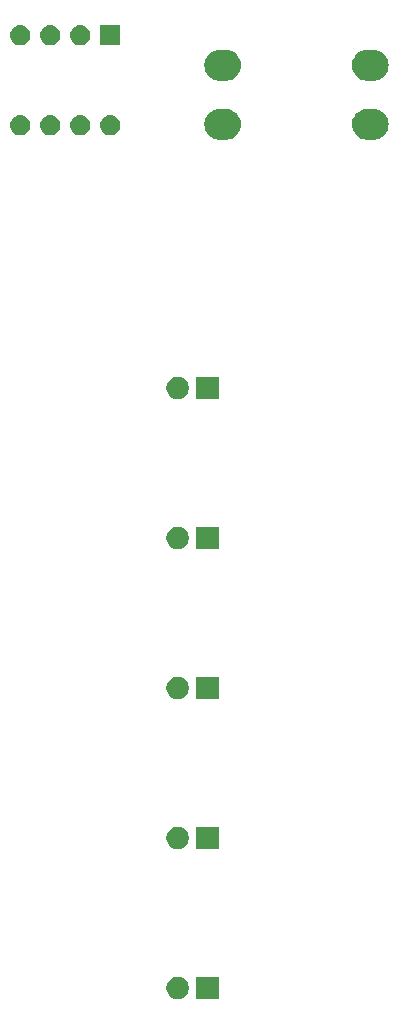
<source format=gbs>
G04 #@! TF.GenerationSoftware,KiCad,Pcbnew,(5.0.2)-1*
G04 #@! TF.CreationDate,2019-02-19T13:50:44+00:00*
G04 #@! TF.ProjectId,PersistenceOfVision,50657273-6973-4746-956e-63654f665669,1*
G04 #@! TF.SameCoordinates,Original*
G04 #@! TF.FileFunction,Soldermask,Bot*
G04 #@! TF.FilePolarity,Negative*
%FSLAX46Y46*%
G04 Gerber Fmt 4.6, Leading zero omitted, Abs format (unit mm)*
G04 Created by KiCad (PCBNEW (5.0.2)-1) date 19/02/2019 13:50:44*
%MOMM*%
%LPD*%
G01*
G04 APERTURE LIST*
%ADD10C,0.100000*%
G04 APERTURE END LIST*
D10*
G36*
X132992396Y-154025546D02*
X133165466Y-154097234D01*
X133321230Y-154201312D01*
X133453688Y-154333770D01*
X133557766Y-154489534D01*
X133629454Y-154662604D01*
X133666000Y-154846333D01*
X133666000Y-155033667D01*
X133629454Y-155217396D01*
X133557766Y-155390466D01*
X133453688Y-155546230D01*
X133321230Y-155678688D01*
X133165466Y-155782766D01*
X132992396Y-155854454D01*
X132808667Y-155891000D01*
X132621333Y-155891000D01*
X132437604Y-155854454D01*
X132264534Y-155782766D01*
X132108770Y-155678688D01*
X131976312Y-155546230D01*
X131872234Y-155390466D01*
X131800546Y-155217396D01*
X131764000Y-155033667D01*
X131764000Y-154846333D01*
X131800546Y-154662604D01*
X131872234Y-154489534D01*
X131976312Y-154333770D01*
X132108770Y-154201312D01*
X132264534Y-154097234D01*
X132437604Y-154025546D01*
X132621333Y-153989000D01*
X132808667Y-153989000D01*
X132992396Y-154025546D01*
X132992396Y-154025546D01*
G37*
G36*
X136206000Y-155891000D02*
X134304000Y-155891000D01*
X134304000Y-153989000D01*
X136206000Y-153989000D01*
X136206000Y-155891000D01*
X136206000Y-155891000D01*
G37*
G36*
X136206000Y-143191000D02*
X134304000Y-143191000D01*
X134304000Y-141289000D01*
X136206000Y-141289000D01*
X136206000Y-143191000D01*
X136206000Y-143191000D01*
G37*
G36*
X132992396Y-141325546D02*
X133165466Y-141397234D01*
X133321230Y-141501312D01*
X133453688Y-141633770D01*
X133557766Y-141789534D01*
X133629454Y-141962604D01*
X133666000Y-142146333D01*
X133666000Y-142333667D01*
X133629454Y-142517396D01*
X133557766Y-142690466D01*
X133453688Y-142846230D01*
X133321230Y-142978688D01*
X133165466Y-143082766D01*
X132992396Y-143154454D01*
X132808667Y-143191000D01*
X132621333Y-143191000D01*
X132437604Y-143154454D01*
X132264534Y-143082766D01*
X132108770Y-142978688D01*
X131976312Y-142846230D01*
X131872234Y-142690466D01*
X131800546Y-142517396D01*
X131764000Y-142333667D01*
X131764000Y-142146333D01*
X131800546Y-141962604D01*
X131872234Y-141789534D01*
X131976312Y-141633770D01*
X132108770Y-141501312D01*
X132264534Y-141397234D01*
X132437604Y-141325546D01*
X132621333Y-141289000D01*
X132808667Y-141289000D01*
X132992396Y-141325546D01*
X132992396Y-141325546D01*
G37*
G36*
X132992396Y-128625546D02*
X133165466Y-128697234D01*
X133321230Y-128801312D01*
X133453688Y-128933770D01*
X133557766Y-129089534D01*
X133629454Y-129262604D01*
X133666000Y-129446333D01*
X133666000Y-129633667D01*
X133629454Y-129817396D01*
X133557766Y-129990466D01*
X133453688Y-130146230D01*
X133321230Y-130278688D01*
X133165466Y-130382766D01*
X132992396Y-130454454D01*
X132808667Y-130491000D01*
X132621333Y-130491000D01*
X132437604Y-130454454D01*
X132264534Y-130382766D01*
X132108770Y-130278688D01*
X131976312Y-130146230D01*
X131872234Y-129990466D01*
X131800546Y-129817396D01*
X131764000Y-129633667D01*
X131764000Y-129446333D01*
X131800546Y-129262604D01*
X131872234Y-129089534D01*
X131976312Y-128933770D01*
X132108770Y-128801312D01*
X132264534Y-128697234D01*
X132437604Y-128625546D01*
X132621333Y-128589000D01*
X132808667Y-128589000D01*
X132992396Y-128625546D01*
X132992396Y-128625546D01*
G37*
G36*
X136206000Y-130491000D02*
X134304000Y-130491000D01*
X134304000Y-128589000D01*
X136206000Y-128589000D01*
X136206000Y-130491000D01*
X136206000Y-130491000D01*
G37*
G36*
X132992396Y-115925546D02*
X133165466Y-115997234D01*
X133321230Y-116101312D01*
X133453688Y-116233770D01*
X133557766Y-116389534D01*
X133629454Y-116562604D01*
X133666000Y-116746333D01*
X133666000Y-116933667D01*
X133629454Y-117117396D01*
X133557766Y-117290466D01*
X133453688Y-117446230D01*
X133321230Y-117578688D01*
X133165466Y-117682766D01*
X132992396Y-117754454D01*
X132808667Y-117791000D01*
X132621333Y-117791000D01*
X132437604Y-117754454D01*
X132264534Y-117682766D01*
X132108770Y-117578688D01*
X131976312Y-117446230D01*
X131872234Y-117290466D01*
X131800546Y-117117396D01*
X131764000Y-116933667D01*
X131764000Y-116746333D01*
X131800546Y-116562604D01*
X131872234Y-116389534D01*
X131976312Y-116233770D01*
X132108770Y-116101312D01*
X132264534Y-115997234D01*
X132437604Y-115925546D01*
X132621333Y-115889000D01*
X132808667Y-115889000D01*
X132992396Y-115925546D01*
X132992396Y-115925546D01*
G37*
G36*
X136206000Y-117791000D02*
X134304000Y-117791000D01*
X134304000Y-115889000D01*
X136206000Y-115889000D01*
X136206000Y-117791000D01*
X136206000Y-117791000D01*
G37*
G36*
X136206000Y-105091000D02*
X134304000Y-105091000D01*
X134304000Y-103189000D01*
X136206000Y-103189000D01*
X136206000Y-105091000D01*
X136206000Y-105091000D01*
G37*
G36*
X132992396Y-103225546D02*
X133165466Y-103297234D01*
X133321230Y-103401312D01*
X133453688Y-103533770D01*
X133557766Y-103689534D01*
X133629454Y-103862604D01*
X133666000Y-104046333D01*
X133666000Y-104233667D01*
X133629454Y-104417396D01*
X133557766Y-104590466D01*
X133453688Y-104746230D01*
X133321230Y-104878688D01*
X133165466Y-104982766D01*
X132992396Y-105054454D01*
X132808667Y-105091000D01*
X132621333Y-105091000D01*
X132437604Y-105054454D01*
X132264534Y-104982766D01*
X132108770Y-104878688D01*
X131976312Y-104746230D01*
X131872234Y-104590466D01*
X131800546Y-104417396D01*
X131764000Y-104233667D01*
X131764000Y-104046333D01*
X131800546Y-103862604D01*
X131872234Y-103689534D01*
X131976312Y-103533770D01*
X132108770Y-103401312D01*
X132264534Y-103297234D01*
X132437604Y-103225546D01*
X132621333Y-103189000D01*
X132808667Y-103189000D01*
X132992396Y-103225546D01*
X132992396Y-103225546D01*
G37*
G36*
X149386689Y-80538706D02*
X149530040Y-80552825D01*
X149775280Y-80627218D01*
X149775282Y-80627219D01*
X150001296Y-80748026D01*
X150199397Y-80910603D01*
X150361974Y-81108704D01*
X150361975Y-81108706D01*
X150482782Y-81334720D01*
X150557175Y-81579960D01*
X150582294Y-81835000D01*
X150557175Y-82090040D01*
X150511004Y-82242244D01*
X150482781Y-82335282D01*
X150361974Y-82561296D01*
X150199397Y-82759397D01*
X150001296Y-82921974D01*
X150001294Y-82921975D01*
X149775280Y-83042782D01*
X149530040Y-83117175D01*
X149386689Y-83131294D01*
X149338906Y-83136000D01*
X148711094Y-83136000D01*
X148663311Y-83131294D01*
X148519960Y-83117175D01*
X148274720Y-83042782D01*
X148048706Y-82921975D01*
X148048704Y-82921974D01*
X147850603Y-82759397D01*
X147688026Y-82561296D01*
X147567219Y-82335282D01*
X147538996Y-82242244D01*
X147492825Y-82090040D01*
X147467706Y-81835000D01*
X147492825Y-81579960D01*
X147567218Y-81334720D01*
X147688025Y-81108706D01*
X147688026Y-81108704D01*
X147850603Y-80910603D01*
X148048704Y-80748026D01*
X148274718Y-80627219D01*
X148274720Y-80627218D01*
X148519960Y-80552825D01*
X148663311Y-80538706D01*
X148711094Y-80534000D01*
X149338906Y-80534000D01*
X149386689Y-80538706D01*
X149386689Y-80538706D01*
G37*
G36*
X136886689Y-80538706D02*
X137030040Y-80552825D01*
X137275280Y-80627218D01*
X137275282Y-80627219D01*
X137501296Y-80748026D01*
X137699397Y-80910603D01*
X137861974Y-81108704D01*
X137861975Y-81108706D01*
X137982782Y-81334720D01*
X138057175Y-81579960D01*
X138082294Y-81835000D01*
X138057175Y-82090040D01*
X138011004Y-82242244D01*
X137982781Y-82335282D01*
X137861974Y-82561296D01*
X137699397Y-82759397D01*
X137501296Y-82921974D01*
X137501294Y-82921975D01*
X137275280Y-83042782D01*
X137030040Y-83117175D01*
X136886689Y-83131294D01*
X136838906Y-83136000D01*
X136211094Y-83136000D01*
X136163311Y-83131294D01*
X136019960Y-83117175D01*
X135774720Y-83042782D01*
X135548706Y-82921975D01*
X135548704Y-82921974D01*
X135350603Y-82759397D01*
X135188026Y-82561296D01*
X135067219Y-82335282D01*
X135038996Y-82242244D01*
X134992825Y-82090040D01*
X134967706Y-81835000D01*
X134992825Y-81579960D01*
X135067218Y-81334720D01*
X135188025Y-81108706D01*
X135188026Y-81108704D01*
X135350603Y-80910603D01*
X135548704Y-80748026D01*
X135774718Y-80627219D01*
X135774720Y-80627218D01*
X136019960Y-80552825D01*
X136163311Y-80538706D01*
X136211094Y-80534000D01*
X136838906Y-80534000D01*
X136886689Y-80538706D01*
X136886689Y-80538706D01*
G37*
G36*
X127166821Y-81076313D02*
X127166824Y-81076314D01*
X127166825Y-81076314D01*
X127327239Y-81124975D01*
X127327241Y-81124976D01*
X127327244Y-81124977D01*
X127475078Y-81203995D01*
X127604659Y-81310341D01*
X127711005Y-81439922D01*
X127790023Y-81587756D01*
X127838687Y-81748179D01*
X127855117Y-81915000D01*
X127838687Y-82081821D01*
X127790023Y-82242244D01*
X127711005Y-82390078D01*
X127604659Y-82519659D01*
X127475078Y-82626005D01*
X127327244Y-82705023D01*
X127327241Y-82705024D01*
X127327239Y-82705025D01*
X127166825Y-82753686D01*
X127166824Y-82753686D01*
X127166821Y-82753687D01*
X127041804Y-82766000D01*
X126958196Y-82766000D01*
X126833179Y-82753687D01*
X126833176Y-82753686D01*
X126833175Y-82753686D01*
X126672761Y-82705025D01*
X126672759Y-82705024D01*
X126672756Y-82705023D01*
X126524922Y-82626005D01*
X126395341Y-82519659D01*
X126288995Y-82390078D01*
X126209977Y-82242244D01*
X126161313Y-82081821D01*
X126144883Y-81915000D01*
X126161313Y-81748179D01*
X126209977Y-81587756D01*
X126288995Y-81439922D01*
X126395341Y-81310341D01*
X126524922Y-81203995D01*
X126672756Y-81124977D01*
X126672759Y-81124976D01*
X126672761Y-81124975D01*
X126833175Y-81076314D01*
X126833176Y-81076314D01*
X126833179Y-81076313D01*
X126958196Y-81064000D01*
X127041804Y-81064000D01*
X127166821Y-81076313D01*
X127166821Y-81076313D01*
G37*
G36*
X124626821Y-81076313D02*
X124626824Y-81076314D01*
X124626825Y-81076314D01*
X124787239Y-81124975D01*
X124787241Y-81124976D01*
X124787244Y-81124977D01*
X124935078Y-81203995D01*
X125064659Y-81310341D01*
X125171005Y-81439922D01*
X125250023Y-81587756D01*
X125298687Y-81748179D01*
X125315117Y-81915000D01*
X125298687Y-82081821D01*
X125250023Y-82242244D01*
X125171005Y-82390078D01*
X125064659Y-82519659D01*
X124935078Y-82626005D01*
X124787244Y-82705023D01*
X124787241Y-82705024D01*
X124787239Y-82705025D01*
X124626825Y-82753686D01*
X124626824Y-82753686D01*
X124626821Y-82753687D01*
X124501804Y-82766000D01*
X124418196Y-82766000D01*
X124293179Y-82753687D01*
X124293176Y-82753686D01*
X124293175Y-82753686D01*
X124132761Y-82705025D01*
X124132759Y-82705024D01*
X124132756Y-82705023D01*
X123984922Y-82626005D01*
X123855341Y-82519659D01*
X123748995Y-82390078D01*
X123669977Y-82242244D01*
X123621313Y-82081821D01*
X123604883Y-81915000D01*
X123621313Y-81748179D01*
X123669977Y-81587756D01*
X123748995Y-81439922D01*
X123855341Y-81310341D01*
X123984922Y-81203995D01*
X124132756Y-81124977D01*
X124132759Y-81124976D01*
X124132761Y-81124975D01*
X124293175Y-81076314D01*
X124293176Y-81076314D01*
X124293179Y-81076313D01*
X124418196Y-81064000D01*
X124501804Y-81064000D01*
X124626821Y-81076313D01*
X124626821Y-81076313D01*
G37*
G36*
X122086821Y-81076313D02*
X122086824Y-81076314D01*
X122086825Y-81076314D01*
X122247239Y-81124975D01*
X122247241Y-81124976D01*
X122247244Y-81124977D01*
X122395078Y-81203995D01*
X122524659Y-81310341D01*
X122631005Y-81439922D01*
X122710023Y-81587756D01*
X122758687Y-81748179D01*
X122775117Y-81915000D01*
X122758687Y-82081821D01*
X122710023Y-82242244D01*
X122631005Y-82390078D01*
X122524659Y-82519659D01*
X122395078Y-82626005D01*
X122247244Y-82705023D01*
X122247241Y-82705024D01*
X122247239Y-82705025D01*
X122086825Y-82753686D01*
X122086824Y-82753686D01*
X122086821Y-82753687D01*
X121961804Y-82766000D01*
X121878196Y-82766000D01*
X121753179Y-82753687D01*
X121753176Y-82753686D01*
X121753175Y-82753686D01*
X121592761Y-82705025D01*
X121592759Y-82705024D01*
X121592756Y-82705023D01*
X121444922Y-82626005D01*
X121315341Y-82519659D01*
X121208995Y-82390078D01*
X121129977Y-82242244D01*
X121081313Y-82081821D01*
X121064883Y-81915000D01*
X121081313Y-81748179D01*
X121129977Y-81587756D01*
X121208995Y-81439922D01*
X121315341Y-81310341D01*
X121444922Y-81203995D01*
X121592756Y-81124977D01*
X121592759Y-81124976D01*
X121592761Y-81124975D01*
X121753175Y-81076314D01*
X121753176Y-81076314D01*
X121753179Y-81076313D01*
X121878196Y-81064000D01*
X121961804Y-81064000D01*
X122086821Y-81076313D01*
X122086821Y-81076313D01*
G37*
G36*
X119546821Y-81076313D02*
X119546824Y-81076314D01*
X119546825Y-81076314D01*
X119707239Y-81124975D01*
X119707241Y-81124976D01*
X119707244Y-81124977D01*
X119855078Y-81203995D01*
X119984659Y-81310341D01*
X120091005Y-81439922D01*
X120170023Y-81587756D01*
X120218687Y-81748179D01*
X120235117Y-81915000D01*
X120218687Y-82081821D01*
X120170023Y-82242244D01*
X120091005Y-82390078D01*
X119984659Y-82519659D01*
X119855078Y-82626005D01*
X119707244Y-82705023D01*
X119707241Y-82705024D01*
X119707239Y-82705025D01*
X119546825Y-82753686D01*
X119546824Y-82753686D01*
X119546821Y-82753687D01*
X119421804Y-82766000D01*
X119338196Y-82766000D01*
X119213179Y-82753687D01*
X119213176Y-82753686D01*
X119213175Y-82753686D01*
X119052761Y-82705025D01*
X119052759Y-82705024D01*
X119052756Y-82705023D01*
X118904922Y-82626005D01*
X118775341Y-82519659D01*
X118668995Y-82390078D01*
X118589977Y-82242244D01*
X118541313Y-82081821D01*
X118524883Y-81915000D01*
X118541313Y-81748179D01*
X118589977Y-81587756D01*
X118668995Y-81439922D01*
X118775341Y-81310341D01*
X118904922Y-81203995D01*
X119052756Y-81124977D01*
X119052759Y-81124976D01*
X119052761Y-81124975D01*
X119213175Y-81076314D01*
X119213176Y-81076314D01*
X119213179Y-81076313D01*
X119338196Y-81064000D01*
X119421804Y-81064000D01*
X119546821Y-81076313D01*
X119546821Y-81076313D01*
G37*
G36*
X149386689Y-75538706D02*
X149530040Y-75552825D01*
X149775280Y-75627218D01*
X149775282Y-75627219D01*
X150001296Y-75748026D01*
X150199397Y-75910603D01*
X150361974Y-76108704D01*
X150361975Y-76108706D01*
X150482782Y-76334720D01*
X150557175Y-76579960D01*
X150582294Y-76835000D01*
X150557175Y-77090040D01*
X150482782Y-77335280D01*
X150482781Y-77335282D01*
X150361974Y-77561296D01*
X150199397Y-77759397D01*
X150001296Y-77921974D01*
X150001294Y-77921975D01*
X149775280Y-78042782D01*
X149530040Y-78117175D01*
X149386689Y-78131294D01*
X149338906Y-78136000D01*
X148711094Y-78136000D01*
X148663311Y-78131294D01*
X148519960Y-78117175D01*
X148274720Y-78042782D01*
X148048706Y-77921975D01*
X148048704Y-77921974D01*
X147850603Y-77759397D01*
X147688026Y-77561296D01*
X147567219Y-77335282D01*
X147567218Y-77335280D01*
X147492825Y-77090040D01*
X147467706Y-76835000D01*
X147492825Y-76579960D01*
X147567218Y-76334720D01*
X147688025Y-76108706D01*
X147688026Y-76108704D01*
X147850603Y-75910603D01*
X148048704Y-75748026D01*
X148274718Y-75627219D01*
X148274720Y-75627218D01*
X148519960Y-75552825D01*
X148663311Y-75538706D01*
X148711094Y-75534000D01*
X149338906Y-75534000D01*
X149386689Y-75538706D01*
X149386689Y-75538706D01*
G37*
G36*
X136886689Y-75538706D02*
X137030040Y-75552825D01*
X137275280Y-75627218D01*
X137275282Y-75627219D01*
X137501296Y-75748026D01*
X137699397Y-75910603D01*
X137861974Y-76108704D01*
X137861975Y-76108706D01*
X137982782Y-76334720D01*
X138057175Y-76579960D01*
X138082294Y-76835000D01*
X138057175Y-77090040D01*
X137982782Y-77335280D01*
X137982781Y-77335282D01*
X137861974Y-77561296D01*
X137699397Y-77759397D01*
X137501296Y-77921974D01*
X137501294Y-77921975D01*
X137275280Y-78042782D01*
X137030040Y-78117175D01*
X136886689Y-78131294D01*
X136838906Y-78136000D01*
X136211094Y-78136000D01*
X136163311Y-78131294D01*
X136019960Y-78117175D01*
X135774720Y-78042782D01*
X135548706Y-77921975D01*
X135548704Y-77921974D01*
X135350603Y-77759397D01*
X135188026Y-77561296D01*
X135067219Y-77335282D01*
X135067218Y-77335280D01*
X134992825Y-77090040D01*
X134967706Y-76835000D01*
X134992825Y-76579960D01*
X135067218Y-76334720D01*
X135188025Y-76108706D01*
X135188026Y-76108704D01*
X135350603Y-75910603D01*
X135548704Y-75748026D01*
X135774718Y-75627219D01*
X135774720Y-75627218D01*
X136019960Y-75552825D01*
X136163311Y-75538706D01*
X136211094Y-75534000D01*
X136838906Y-75534000D01*
X136886689Y-75538706D01*
X136886689Y-75538706D01*
G37*
G36*
X119546821Y-73456313D02*
X119546824Y-73456314D01*
X119546825Y-73456314D01*
X119707239Y-73504975D01*
X119707241Y-73504976D01*
X119707244Y-73504977D01*
X119855078Y-73583995D01*
X119984659Y-73690341D01*
X120091005Y-73819922D01*
X120170023Y-73967756D01*
X120218687Y-74128179D01*
X120235117Y-74295000D01*
X120218687Y-74461821D01*
X120170023Y-74622244D01*
X120091005Y-74770078D01*
X119984659Y-74899659D01*
X119855078Y-75006005D01*
X119707244Y-75085023D01*
X119707241Y-75085024D01*
X119707239Y-75085025D01*
X119546825Y-75133686D01*
X119546824Y-75133686D01*
X119546821Y-75133687D01*
X119421804Y-75146000D01*
X119338196Y-75146000D01*
X119213179Y-75133687D01*
X119213176Y-75133686D01*
X119213175Y-75133686D01*
X119052761Y-75085025D01*
X119052759Y-75085024D01*
X119052756Y-75085023D01*
X118904922Y-75006005D01*
X118775341Y-74899659D01*
X118668995Y-74770078D01*
X118589977Y-74622244D01*
X118541313Y-74461821D01*
X118524883Y-74295000D01*
X118541313Y-74128179D01*
X118589977Y-73967756D01*
X118668995Y-73819922D01*
X118775341Y-73690341D01*
X118904922Y-73583995D01*
X119052756Y-73504977D01*
X119052759Y-73504976D01*
X119052761Y-73504975D01*
X119213175Y-73456314D01*
X119213176Y-73456314D01*
X119213179Y-73456313D01*
X119338196Y-73444000D01*
X119421804Y-73444000D01*
X119546821Y-73456313D01*
X119546821Y-73456313D01*
G37*
G36*
X127851000Y-75146000D02*
X126149000Y-75146000D01*
X126149000Y-73444000D01*
X127851000Y-73444000D01*
X127851000Y-75146000D01*
X127851000Y-75146000D01*
G37*
G36*
X124626821Y-73456313D02*
X124626824Y-73456314D01*
X124626825Y-73456314D01*
X124787239Y-73504975D01*
X124787241Y-73504976D01*
X124787244Y-73504977D01*
X124935078Y-73583995D01*
X125064659Y-73690341D01*
X125171005Y-73819922D01*
X125250023Y-73967756D01*
X125298687Y-74128179D01*
X125315117Y-74295000D01*
X125298687Y-74461821D01*
X125250023Y-74622244D01*
X125171005Y-74770078D01*
X125064659Y-74899659D01*
X124935078Y-75006005D01*
X124787244Y-75085023D01*
X124787241Y-75085024D01*
X124787239Y-75085025D01*
X124626825Y-75133686D01*
X124626824Y-75133686D01*
X124626821Y-75133687D01*
X124501804Y-75146000D01*
X124418196Y-75146000D01*
X124293179Y-75133687D01*
X124293176Y-75133686D01*
X124293175Y-75133686D01*
X124132761Y-75085025D01*
X124132759Y-75085024D01*
X124132756Y-75085023D01*
X123984922Y-75006005D01*
X123855341Y-74899659D01*
X123748995Y-74770078D01*
X123669977Y-74622244D01*
X123621313Y-74461821D01*
X123604883Y-74295000D01*
X123621313Y-74128179D01*
X123669977Y-73967756D01*
X123748995Y-73819922D01*
X123855341Y-73690341D01*
X123984922Y-73583995D01*
X124132756Y-73504977D01*
X124132759Y-73504976D01*
X124132761Y-73504975D01*
X124293175Y-73456314D01*
X124293176Y-73456314D01*
X124293179Y-73456313D01*
X124418196Y-73444000D01*
X124501804Y-73444000D01*
X124626821Y-73456313D01*
X124626821Y-73456313D01*
G37*
G36*
X122086821Y-73456313D02*
X122086824Y-73456314D01*
X122086825Y-73456314D01*
X122247239Y-73504975D01*
X122247241Y-73504976D01*
X122247244Y-73504977D01*
X122395078Y-73583995D01*
X122524659Y-73690341D01*
X122631005Y-73819922D01*
X122710023Y-73967756D01*
X122758687Y-74128179D01*
X122775117Y-74295000D01*
X122758687Y-74461821D01*
X122710023Y-74622244D01*
X122631005Y-74770078D01*
X122524659Y-74899659D01*
X122395078Y-75006005D01*
X122247244Y-75085023D01*
X122247241Y-75085024D01*
X122247239Y-75085025D01*
X122086825Y-75133686D01*
X122086824Y-75133686D01*
X122086821Y-75133687D01*
X121961804Y-75146000D01*
X121878196Y-75146000D01*
X121753179Y-75133687D01*
X121753176Y-75133686D01*
X121753175Y-75133686D01*
X121592761Y-75085025D01*
X121592759Y-75085024D01*
X121592756Y-75085023D01*
X121444922Y-75006005D01*
X121315341Y-74899659D01*
X121208995Y-74770078D01*
X121129977Y-74622244D01*
X121081313Y-74461821D01*
X121064883Y-74295000D01*
X121081313Y-74128179D01*
X121129977Y-73967756D01*
X121208995Y-73819922D01*
X121315341Y-73690341D01*
X121444922Y-73583995D01*
X121592756Y-73504977D01*
X121592759Y-73504976D01*
X121592761Y-73504975D01*
X121753175Y-73456314D01*
X121753176Y-73456314D01*
X121753179Y-73456313D01*
X121878196Y-73444000D01*
X121961804Y-73444000D01*
X122086821Y-73456313D01*
X122086821Y-73456313D01*
G37*
M02*

</source>
